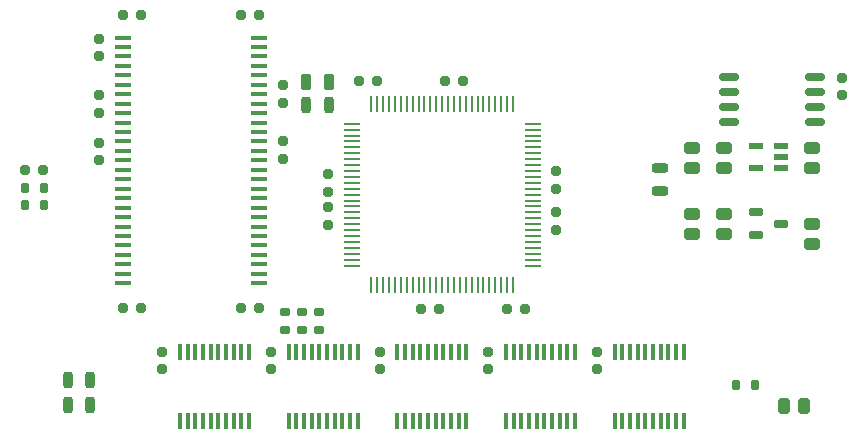
<source format=gtp>
G04 #@! TF.GenerationSoftware,KiCad,Pcbnew,7.0.1-0*
G04 #@! TF.CreationDate,2023-09-21T07:21:14-04:00*
G04 #@! TF.ProjectId,RAM2E,52414d32-452e-46b6-9963-61645f706362,2.0*
G04 #@! TF.SameCoordinates,Original*
G04 #@! TF.FileFunction,Paste,Top*
G04 #@! TF.FilePolarity,Positive*
%FSLAX46Y46*%
G04 Gerber Fmt 4.6, Leading zero omitted, Abs format (unit mm)*
G04 Created by KiCad (PCBNEW 7.0.1-0) date 2023-09-21 07:21:14*
%MOMM*%
%LPD*%
G01*
G04 APERTURE LIST*
G04 Aperture macros list*
%AMRoundRect*
0 Rectangle with rounded corners*
0 $1 Rounding radius*
0 $2 $3 $4 $5 $6 $7 $8 $9 X,Y pos of 4 corners*
0 Add a 4 corners polygon primitive as box body*
4,1,4,$2,$3,$4,$5,$6,$7,$8,$9,$2,$3,0*
0 Add four circle primitives for the rounded corners*
1,1,$1+$1,$2,$3*
1,1,$1+$1,$4,$5*
1,1,$1+$1,$6,$7*
1,1,$1+$1,$8,$9*
0 Add four rect primitives between the rounded corners*
20,1,$1+$1,$2,$3,$4,$5,0*
20,1,$1+$1,$4,$5,$6,$7,0*
20,1,$1+$1,$6,$7,$8,$9,0*
20,1,$1+$1,$8,$9,$2,$3,0*%
G04 Aperture macros list end*
%ADD10RoundRect,0.072500X0.112500X-0.612500X0.112500X0.612500X-0.112500X0.612500X-0.112500X-0.612500X0*%
%ADD11RoundRect,0.172500X-0.262500X0.212500X-0.262500X-0.212500X0.262500X-0.212500X0.262500X0.212500X0*%
%ADD12RoundRect,0.174400X-0.262500X0.212500X-0.262500X-0.212500X0.262500X-0.212500X0.262500X0.212500X0*%
%ADD13RoundRect,0.174400X0.262500X-0.212500X0.262500X0.212500X-0.262500X0.212500X-0.262500X-0.212500X0*%
%ADD14RoundRect,0.076400X-0.640500X-0.114500X0.640500X-0.114500X0.640500X0.114500X-0.640500X0.114500X0*%
%ADD15RoundRect,0.237500X0.262500X0.437500X-0.262500X0.437500X-0.262500X-0.437500X0.262500X-0.437500X0*%
%ADD16RoundRect,0.237500X-0.437500X0.262500X-0.437500X-0.262500X0.437500X-0.262500X0.437500X0.262500X0*%
%ADD17RoundRect,0.174400X-0.212500X-0.262500X0.212500X-0.262500X0.212500X0.262500X-0.212500X0.262500X0*%
%ADD18RoundRect,0.187500X-0.212500X-0.487500X0.212500X-0.487500X0.212500X0.487500X-0.212500X0.487500X0*%
%ADD19RoundRect,0.237500X0.437500X-0.262500X0.437500X0.262500X-0.437500X0.262500X-0.437500X-0.262500X0*%
%ADD20RoundRect,0.150000X-0.475000X-0.200000X0.475000X-0.200000X0.475000X0.200000X-0.475000X0.200000X0*%
%ADD21RoundRect,0.112500X0.512500X0.162500X-0.512500X0.162500X-0.512500X-0.162500X0.512500X-0.162500X0*%
%ADD22RoundRect,0.187500X0.487500X-0.212500X0.487500X0.212500X-0.487500X0.212500X-0.487500X-0.212500X0*%
%ADD23RoundRect,0.125000X-0.300000X0.175000X-0.300000X-0.175000X0.300000X-0.175000X0.300000X0.175000X0*%
%ADD24RoundRect,0.125000X-0.175000X-0.300000X0.175000X-0.300000X0.175000X0.300000X-0.175000X0.300000X0*%
%ADD25RoundRect,0.040000X0.075000X-0.662500X0.075000X0.662500X-0.075000X0.662500X-0.075000X-0.662500X0*%
%ADD26RoundRect,0.040000X0.662500X-0.075000X0.662500X0.075000X-0.662500X0.075000X-0.662500X-0.075000X0*%
%ADD27RoundRect,0.172500X0.212500X0.262500X-0.212500X0.262500X-0.212500X-0.262500X0.212500X-0.262500X0*%
%ADD28RoundRect,0.172500X-0.212500X-0.262500X0.212500X-0.262500X0.212500X0.262500X-0.212500X0.262500X0*%
%ADD29RoundRect,0.172500X0.262500X-0.212500X0.262500X0.212500X-0.262500X0.212500X-0.262500X-0.212500X0*%
%ADD30RoundRect,0.205650X0.243750X0.456250X-0.243750X0.456250X-0.243750X-0.456250X0.243750X-0.456250X0*%
%ADD31RoundRect,0.125000X0.175000X0.300000X-0.175000X0.300000X-0.175000X-0.300000X0.175000X-0.300000X0*%
%ADD32RoundRect,0.150000X-0.675000X-0.175000X0.675000X-0.175000X0.675000X0.175000X-0.675000X0.175000X0*%
G04 APERTURE END LIST*
D10*
X236250000Y-127550000D03*
X236900000Y-127550000D03*
X237550000Y-127550000D03*
X238200000Y-127550000D03*
X238850000Y-127550000D03*
X239500000Y-127550000D03*
X240150000Y-127550000D03*
X240800000Y-127550000D03*
X241450000Y-127550000D03*
X242100000Y-127550000D03*
X242100000Y-121650000D03*
X241450000Y-121650000D03*
X240800000Y-121650000D03*
X240150000Y-121650000D03*
X239500000Y-121650000D03*
X238850000Y-121650000D03*
X238200000Y-121650000D03*
X237550000Y-121650000D03*
X236900000Y-121650000D03*
X236250000Y-121650000D03*
D11*
X234750000Y-121650000D03*
X234750000Y-123150000D03*
X253150000Y-121650000D03*
X253150000Y-123150000D03*
D10*
X254650000Y-127550000D03*
X255300000Y-127550000D03*
X255950000Y-127550000D03*
X256600000Y-127550000D03*
X257250000Y-127550000D03*
X257900000Y-127550000D03*
X258550000Y-127550000D03*
X259200000Y-127550000D03*
X259850000Y-127550000D03*
X260500000Y-127550000D03*
X260500000Y-121650000D03*
X259850000Y-121650000D03*
X259200000Y-121650000D03*
X258550000Y-121650000D03*
X257900000Y-121650000D03*
X257250000Y-121650000D03*
X256600000Y-121650000D03*
X255950000Y-121650000D03*
X255300000Y-121650000D03*
X254650000Y-121650000D03*
D12*
X243950000Y-121650000D03*
X243950000Y-123150000D03*
D10*
X217850000Y-127550000D03*
X218500000Y-127550000D03*
X219150000Y-127550000D03*
X219800000Y-127550000D03*
X220450000Y-127550000D03*
X221100000Y-127550000D03*
X221750000Y-127550000D03*
X222400000Y-127550000D03*
X223050000Y-127550000D03*
X223700000Y-127550000D03*
X223700000Y-121650000D03*
X223050000Y-121650000D03*
X222400000Y-121650000D03*
X221750000Y-121650000D03*
X221100000Y-121650000D03*
X220450000Y-121650000D03*
X219800000Y-121650000D03*
X219150000Y-121650000D03*
X218500000Y-121650000D03*
X217850000Y-121650000D03*
X245450000Y-127550000D03*
X246100000Y-127550000D03*
X246750000Y-127550000D03*
X247400000Y-127550000D03*
X248050000Y-127550000D03*
X248700000Y-127550000D03*
X249350000Y-127550000D03*
X250000000Y-127550000D03*
X250650000Y-127550000D03*
X251300000Y-127550000D03*
X251300000Y-121650000D03*
X250650000Y-121650000D03*
X250000000Y-121650000D03*
X249350000Y-121650000D03*
X248700000Y-121650000D03*
X248050000Y-121650000D03*
X247400000Y-121650000D03*
X246750000Y-121650000D03*
X246100000Y-121650000D03*
X245450000Y-121650000D03*
X227050000Y-127550000D03*
X227700000Y-127550000D03*
X228350000Y-127550000D03*
X229000000Y-127550000D03*
X229650000Y-127550000D03*
X230300000Y-127550000D03*
X230950000Y-127550000D03*
X231600000Y-127550000D03*
X232250000Y-127550000D03*
X232900000Y-127550000D03*
X232900000Y-121650000D03*
X232250000Y-121650000D03*
X231600000Y-121650000D03*
X230950000Y-121650000D03*
X230300000Y-121650000D03*
X229650000Y-121650000D03*
X229000000Y-121650000D03*
X228350000Y-121650000D03*
X227700000Y-121650000D03*
X227050000Y-121650000D03*
D12*
X225550000Y-121650000D03*
X225550000Y-123150000D03*
X226600000Y-103850000D03*
X226600000Y-105350000D03*
D13*
X211000000Y-101450000D03*
X211000000Y-99950000D03*
X211000000Y-96650000D03*
X211000000Y-95150000D03*
X211000000Y-105450000D03*
X211000000Y-103950000D03*
D12*
X226600000Y-99050000D03*
X226600000Y-100550000D03*
D14*
X213050000Y-95050000D03*
X213050000Y-95850000D03*
X213050000Y-96650000D03*
X213050000Y-97450000D03*
X213050000Y-98250000D03*
X213050000Y-99050000D03*
X213050000Y-99850000D03*
X213050000Y-100650000D03*
X213050000Y-101450000D03*
X213050000Y-102250000D03*
X213050000Y-103050000D03*
X213050000Y-103850000D03*
X213050000Y-104650000D03*
X213050000Y-105450000D03*
X213050000Y-106250000D03*
X213050000Y-107050000D03*
X213050000Y-107850000D03*
X213050000Y-108650000D03*
X213050000Y-109450000D03*
X213050000Y-110250000D03*
X213050000Y-111050000D03*
X213050000Y-111850000D03*
X213050000Y-112650000D03*
X213050000Y-113450000D03*
X213050000Y-114250000D03*
X213050000Y-115050000D03*
X213050000Y-115850000D03*
X224550000Y-115850000D03*
X224550000Y-115050000D03*
X224550000Y-114250000D03*
X224550000Y-113450000D03*
X224550000Y-112650000D03*
X224550000Y-111850000D03*
X224550000Y-111050000D03*
X224550000Y-110250000D03*
X224550000Y-109450000D03*
X224550000Y-108650000D03*
X224550000Y-107850000D03*
X224550000Y-107050000D03*
X224550000Y-106250000D03*
X224550000Y-105450000D03*
X224550000Y-104650000D03*
X224550000Y-103850000D03*
X224550000Y-103050000D03*
X224550000Y-102250000D03*
X224550000Y-101450000D03*
X224550000Y-100650000D03*
X224550000Y-99850000D03*
X224550000Y-99050000D03*
X224550000Y-98250000D03*
X224550000Y-97450000D03*
X224550000Y-96650000D03*
X224550000Y-95850000D03*
X224550000Y-95050000D03*
D15*
X270725000Y-126238000D03*
X269025000Y-126238000D03*
D16*
X271350000Y-110800000D03*
X271350000Y-112500000D03*
D17*
X223050000Y-93150000D03*
X224550000Y-93150000D03*
D18*
X208346000Y-126174500D03*
X210246000Y-126174500D03*
X208346000Y-124015500D03*
X210246000Y-124015500D03*
D19*
X263900000Y-111650000D03*
X263900000Y-109950000D03*
D20*
X266600000Y-109850000D03*
X266600000Y-111750000D03*
X268700000Y-110800000D03*
D19*
X261200000Y-111650000D03*
X261200000Y-109950000D03*
D17*
X213050000Y-93150000D03*
X214550000Y-93150000D03*
D11*
X216350000Y-121650000D03*
X216350000Y-123150000D03*
D17*
X213050000Y-117950000D03*
X214550000Y-117950000D03*
D21*
X268700000Y-106100000D03*
X268700000Y-105150000D03*
X268700000Y-104200000D03*
X266600000Y-104200000D03*
X266600000Y-106100000D03*
D19*
X263900000Y-106100000D03*
X263900000Y-104400000D03*
X261200000Y-106100000D03*
X261200000Y-104400000D03*
X271350000Y-106100000D03*
X271350000Y-104400000D03*
D22*
X258500000Y-108000000D03*
X258500000Y-106100000D03*
D17*
X223050000Y-117950000D03*
X224550000Y-117950000D03*
D23*
X229650000Y-118250000D03*
X229650000Y-119850000D03*
D24*
X264950000Y-124500000D03*
X266550000Y-124500000D03*
D25*
X234050000Y-116012500D03*
X234550000Y-116012500D03*
X235050000Y-116012500D03*
X235550000Y-116012500D03*
X236050000Y-116012500D03*
X236550000Y-116012500D03*
X237050000Y-116012500D03*
X237550000Y-116012500D03*
X238050000Y-116012500D03*
X238550000Y-116012500D03*
X239050000Y-116012500D03*
X239550000Y-116012500D03*
X240050000Y-116012500D03*
X240550000Y-116012500D03*
X241050000Y-116012500D03*
X241550000Y-116012500D03*
X242050000Y-116012500D03*
X242550000Y-116012500D03*
X243050000Y-116012500D03*
X243550000Y-116012500D03*
X244050000Y-116012500D03*
X244550000Y-116012500D03*
X245050000Y-116012500D03*
X245550000Y-116012500D03*
X246050000Y-116012500D03*
D26*
X247712500Y-114350000D03*
X247712500Y-113850000D03*
X247712500Y-113350000D03*
X247712500Y-112850000D03*
X247712500Y-112350000D03*
X247712500Y-111850000D03*
X247712500Y-111350000D03*
X247712500Y-110850000D03*
X247712500Y-110350000D03*
X247712500Y-109850000D03*
X247712500Y-109350000D03*
X247712500Y-108850000D03*
X247712500Y-108350000D03*
X247712500Y-107850000D03*
X247712500Y-107350000D03*
X247712500Y-106850000D03*
X247712500Y-106350000D03*
X247712500Y-105850000D03*
X247712500Y-105350000D03*
X247712500Y-104850000D03*
X247712500Y-104350000D03*
X247712500Y-103850000D03*
X247712500Y-103350000D03*
X247712500Y-102850000D03*
X247712500Y-102350000D03*
D25*
X246050000Y-100687500D03*
X245550000Y-100687500D03*
X245050000Y-100687500D03*
X244550000Y-100687500D03*
X244050000Y-100687500D03*
X243550000Y-100687500D03*
X243050000Y-100687500D03*
X242550000Y-100687500D03*
X242050000Y-100687500D03*
X241550000Y-100687500D03*
X241050000Y-100687500D03*
X240550000Y-100687500D03*
X240050000Y-100687500D03*
X239550000Y-100687500D03*
X239050000Y-100687500D03*
X238550000Y-100687500D03*
X238050000Y-100687500D03*
X237550000Y-100687500D03*
X237050000Y-100687500D03*
X236550000Y-100687500D03*
X236050000Y-100687500D03*
X235550000Y-100687500D03*
X235050000Y-100687500D03*
X234550000Y-100687500D03*
X234050000Y-100687500D03*
D26*
X232387500Y-102350000D03*
X232387500Y-102850000D03*
X232387500Y-103350000D03*
X232387500Y-103850000D03*
X232387500Y-104350000D03*
X232387500Y-104850000D03*
X232387500Y-105350000D03*
X232387500Y-105850000D03*
X232387500Y-106350000D03*
X232387500Y-106850000D03*
X232387500Y-107350000D03*
X232387500Y-107850000D03*
X232387500Y-108350000D03*
X232387500Y-108850000D03*
X232387500Y-109350000D03*
X232387500Y-109850000D03*
X232387500Y-110350000D03*
X232387500Y-110850000D03*
X232387500Y-111350000D03*
X232387500Y-111850000D03*
X232387500Y-112350000D03*
X232387500Y-112850000D03*
X232387500Y-113350000D03*
X232387500Y-113850000D03*
X232387500Y-114350000D03*
D27*
X234550000Y-98700000D03*
X233050000Y-98700000D03*
D28*
X238300000Y-118000000D03*
X239800000Y-118000000D03*
X245550000Y-118000000D03*
X247050000Y-118000000D03*
D11*
X249700000Y-106350000D03*
X249700000Y-107850000D03*
D27*
X241800000Y-98700000D03*
X240300000Y-98700000D03*
D11*
X249700000Y-109850000D03*
X249700000Y-111350000D03*
X230350000Y-109400000D03*
X230350000Y-110900000D03*
D29*
X230350000Y-108100000D03*
X230350000Y-106600000D03*
D11*
X273939000Y-98437000D03*
X273939000Y-99937000D03*
D18*
X228550000Y-100800000D03*
X230450000Y-100800000D03*
D30*
X230437500Y-98850000D03*
X228562500Y-98850000D03*
D23*
X226750000Y-118250000D03*
X226750000Y-119850000D03*
X228200000Y-118250000D03*
X228200000Y-119850000D03*
D27*
X206250000Y-106300000D03*
X204750000Y-106300000D03*
D31*
X206300000Y-107750000D03*
X204700000Y-107750000D03*
X206300000Y-109200000D03*
X204700000Y-109200000D03*
D32*
X264320000Y-98425000D03*
X264320000Y-99695000D03*
X264320000Y-100965000D03*
X264320000Y-102235000D03*
X271620000Y-102235000D03*
X271620000Y-100965000D03*
X271620000Y-99695000D03*
X271620000Y-98425000D03*
M02*

</source>
